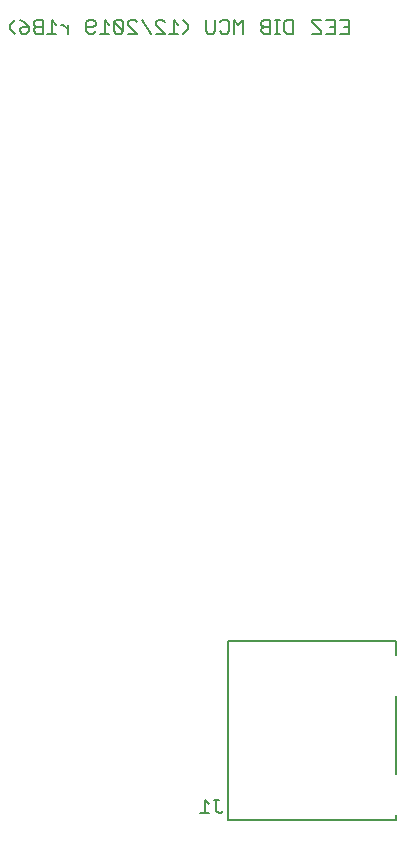
<source format=gbo>
G75*
%MOIN*%
%OFA0B0*%
%FSLAX25Y25*%
%IPPOS*%
%LPD*%
%AMOC8*
5,1,8,0,0,1.08239X$1,22.5*
%
%ADD10C,0.00500*%
D10*
X0260146Y0158339D02*
X0263148Y0158339D01*
X0261647Y0158339D02*
X0261647Y0162843D01*
X0263148Y0161342D01*
X0264750Y0162843D02*
X0266251Y0162843D01*
X0265500Y0162843D02*
X0265500Y0159090D01*
X0266251Y0158339D01*
X0267001Y0158339D01*
X0267752Y0159090D01*
X0269219Y0156020D02*
X0325321Y0156020D01*
X0325321Y0157791D01*
X0325321Y0171374D02*
X0325321Y0197555D01*
X0325321Y0211138D02*
X0325321Y0215862D01*
X0269219Y0215862D01*
X0269219Y0156020D01*
X0268955Y0418211D02*
X0267454Y0418211D01*
X0266704Y0418962D01*
X0265102Y0418962D02*
X0264352Y0418211D01*
X0262850Y0418211D01*
X0262100Y0418962D01*
X0262100Y0422715D01*
X0265102Y0422715D02*
X0265102Y0418962D01*
X0266704Y0421965D02*
X0267454Y0422715D01*
X0268955Y0422715D01*
X0269706Y0421965D01*
X0269706Y0418962D01*
X0268955Y0418211D01*
X0271308Y0418211D02*
X0271308Y0422715D01*
X0272809Y0421214D01*
X0274310Y0422715D01*
X0274310Y0418211D01*
X0280515Y0418962D02*
X0280515Y0419713D01*
X0281266Y0420463D01*
X0283518Y0420463D01*
X0283518Y0418211D02*
X0283518Y0422715D01*
X0281266Y0422715D01*
X0280515Y0421965D01*
X0280515Y0421214D01*
X0281266Y0420463D01*
X0280515Y0418962D02*
X0281266Y0418211D01*
X0283518Y0418211D01*
X0285086Y0418211D02*
X0286587Y0418211D01*
X0285837Y0418211D02*
X0285837Y0422715D01*
X0286587Y0422715D02*
X0285086Y0422715D01*
X0288189Y0421965D02*
X0288939Y0422715D01*
X0291191Y0422715D01*
X0291191Y0418211D01*
X0288939Y0418211D01*
X0288189Y0418962D01*
X0288189Y0421965D01*
X0297396Y0421965D02*
X0300399Y0418962D01*
X0300399Y0418211D01*
X0297396Y0418211D01*
X0297396Y0421965D02*
X0297396Y0422715D01*
X0300399Y0422715D01*
X0302000Y0422715D02*
X0305003Y0422715D01*
X0305003Y0418211D01*
X0302000Y0418211D01*
X0303502Y0420463D02*
X0305003Y0420463D01*
X0306604Y0418211D02*
X0309607Y0418211D01*
X0309607Y0422715D01*
X0306604Y0422715D01*
X0308106Y0420463D02*
X0309607Y0420463D01*
X0255894Y0419713D02*
X0254393Y0418211D01*
X0252825Y0418211D02*
X0249823Y0418211D01*
X0251324Y0418211D02*
X0251324Y0422715D01*
X0252825Y0421214D01*
X0254393Y0422715D02*
X0255894Y0421214D01*
X0255894Y0419713D01*
X0248221Y0418211D02*
X0245219Y0421214D01*
X0245219Y0421965D01*
X0245969Y0422715D01*
X0247471Y0422715D01*
X0248221Y0421965D01*
X0248221Y0418211D02*
X0245219Y0418211D01*
X0243617Y0418211D02*
X0240615Y0422715D01*
X0239013Y0421965D02*
X0238263Y0422715D01*
X0236761Y0422715D01*
X0236011Y0421965D01*
X0236011Y0421214D01*
X0239013Y0418211D01*
X0236011Y0418211D01*
X0234409Y0418962D02*
X0231407Y0421965D01*
X0231407Y0418962D01*
X0232157Y0418211D01*
X0233659Y0418211D01*
X0234409Y0418962D01*
X0234409Y0421965D01*
X0233659Y0422715D01*
X0232157Y0422715D01*
X0231407Y0421965D01*
X0229805Y0421214D02*
X0228304Y0422715D01*
X0228304Y0418211D01*
X0229805Y0418211D02*
X0226803Y0418211D01*
X0225202Y0418962D02*
X0224451Y0418211D01*
X0222950Y0418211D01*
X0222199Y0418962D01*
X0222199Y0421965D01*
X0222950Y0422715D01*
X0224451Y0422715D01*
X0225202Y0421965D01*
X0225202Y0421214D01*
X0224451Y0420463D01*
X0222199Y0420463D01*
X0215994Y0419713D02*
X0214492Y0421214D01*
X0213742Y0421214D01*
X0212157Y0421214D02*
X0210656Y0422715D01*
X0210656Y0418211D01*
X0212157Y0418211D02*
X0209155Y0418211D01*
X0207553Y0418211D02*
X0205301Y0418211D01*
X0204551Y0418962D01*
X0204551Y0419713D01*
X0205301Y0420463D01*
X0207553Y0420463D01*
X0207553Y0418211D02*
X0207553Y0422715D01*
X0205301Y0422715D01*
X0204551Y0421965D01*
X0204551Y0421214D01*
X0205301Y0420463D01*
X0202949Y0420463D02*
X0202949Y0418962D01*
X0202199Y0418211D01*
X0200697Y0418211D01*
X0199947Y0418962D01*
X0199947Y0419713D01*
X0200697Y0420463D01*
X0202949Y0420463D01*
X0201448Y0421965D01*
X0199947Y0422715D01*
X0198345Y0422715D02*
X0196844Y0421214D01*
X0196844Y0419713D01*
X0198345Y0418211D01*
X0215994Y0418211D02*
X0215994Y0421214D01*
M02*

</source>
